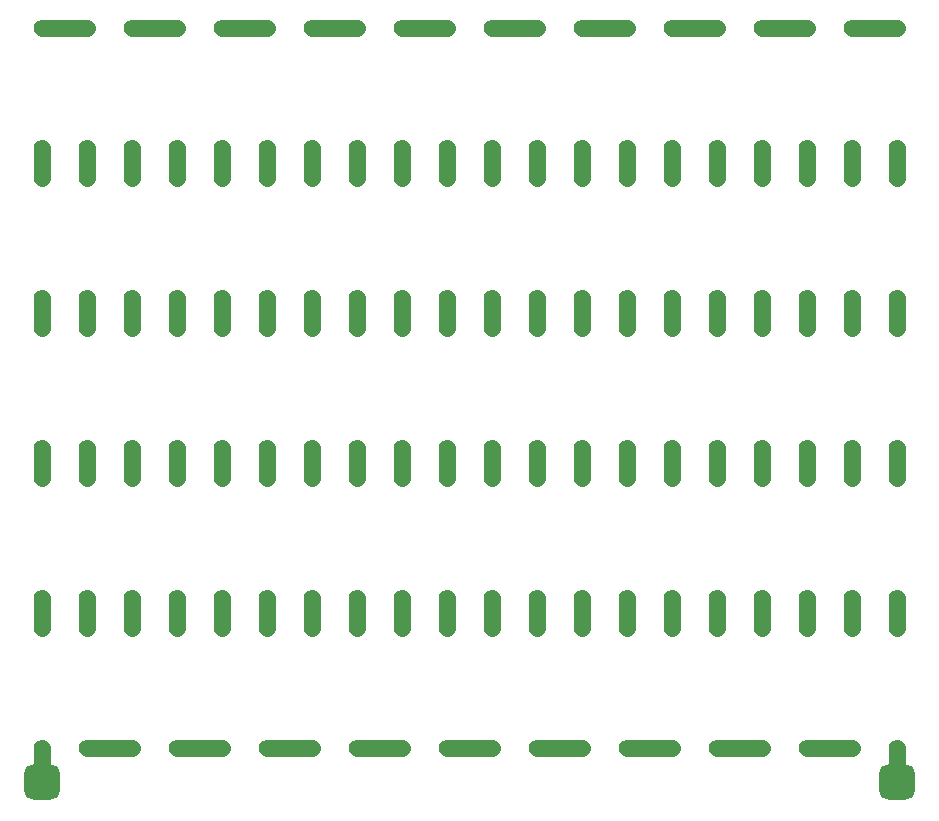
<source format=gtl>
%FSLAX25Y25*%
%MOIN*%
G70*
G01*
G75*
G04 Layer_Physical_Order=1*
G04 Layer_Color=255*
%ADD10C,0.05500*%
G04:AMPARAMS|DCode=11|XSize=118.11mil|YSize=118.11mil|CornerRadius=29.53mil|HoleSize=0mil|Usage=FLASHONLY|Rotation=270.000|XOffset=0mil|YOffset=0mil|HoleType=Round|Shape=RoundedRectangle|*
%AMROUNDEDRECTD11*
21,1,0.11811,0.05906,0,0,270.0*
21,1,0.05906,0.11811,0,0,270.0*
1,1,0.05906,-0.02953,-0.02953*
1,1,0.05906,-0.02953,0.02953*
1,1,0.05906,0.02953,0.02953*
1,1,0.05906,0.02953,-0.02953*
%
%ADD11ROUNDEDRECTD11*%
%ADD12C,0.05512*%
D10*
X299685Y11937D02*
Y23307D01*
X14685Y11937D02*
Y23307D01*
Y263307D02*
X29685D01*
X44685D02*
X59685D01*
X74685D02*
X89685D01*
X104685D02*
X119685D01*
X134685D02*
X149685D01*
X164685D02*
X179685D01*
X194685D02*
X209685D01*
X224685D02*
X239685D01*
X254685D02*
X269685D01*
X284685D02*
X299685D01*
X29685Y23307D02*
X44685D01*
X59685D02*
X74685D01*
X89685D02*
X104685D01*
X119685D02*
X134685D01*
X149685D02*
X164685D01*
X179685D02*
X194685D01*
X209685D02*
X224685D01*
X239685D02*
X254685D01*
X269685D02*
X284685D01*
X299685Y63307D02*
Y73307D01*
Y113307D02*
Y123307D01*
Y163307D02*
Y173307D01*
Y213307D02*
Y223307D01*
X284685Y213307D02*
Y223307D01*
Y163307D02*
Y173307D01*
Y113307D02*
Y123307D01*
Y63307D02*
Y73307D01*
X269685Y63307D02*
Y73307D01*
Y113307D02*
Y123307D01*
Y163307D02*
Y173307D01*
Y213307D02*
Y223307D01*
X254685Y213307D02*
Y223307D01*
Y163307D02*
Y173307D01*
Y113307D02*
Y123307D01*
Y63307D02*
Y73307D01*
X239685Y63307D02*
Y73307D01*
Y113307D02*
Y123307D01*
Y163307D02*
Y173307D01*
Y213307D02*
Y223307D01*
X224685Y213307D02*
Y223307D01*
Y163307D02*
Y173307D01*
Y113307D02*
Y123307D01*
Y63307D02*
Y73307D01*
X209685Y63307D02*
Y73307D01*
Y113307D02*
Y123307D01*
Y163307D02*
Y173307D01*
Y213307D02*
Y223307D01*
X194685Y213307D02*
Y223307D01*
Y163307D02*
Y173307D01*
Y113307D02*
Y123307D01*
Y63307D02*
Y73307D01*
X179685Y63307D02*
Y73307D01*
Y113307D02*
Y123307D01*
Y163307D02*
Y173307D01*
Y213307D02*
Y223307D01*
X164685Y213307D02*
Y223307D01*
Y163307D02*
Y173307D01*
Y113307D02*
Y123307D01*
Y63307D02*
Y73307D01*
X149685Y63307D02*
Y73307D01*
Y113307D02*
Y123307D01*
Y163307D02*
Y173307D01*
Y213307D02*
Y223307D01*
X134685Y213307D02*
Y223307D01*
Y163307D02*
Y173307D01*
Y113307D02*
Y123307D01*
Y63307D02*
Y73307D01*
X119685Y63307D02*
Y73307D01*
Y113307D02*
Y123307D01*
Y163307D02*
Y173307D01*
Y213307D02*
Y223307D01*
X104685Y213307D02*
Y223307D01*
Y163307D02*
Y173307D01*
Y113307D02*
Y123307D01*
Y63307D02*
Y73307D01*
X89685Y63307D02*
Y73307D01*
Y113307D02*
Y123307D01*
Y163307D02*
Y173307D01*
Y213307D02*
Y223307D01*
X74685Y213307D02*
Y223307D01*
Y163307D02*
Y173307D01*
Y113307D02*
Y123307D01*
Y63307D02*
Y73307D01*
X59685Y63307D02*
Y73307D01*
Y113307D02*
Y123307D01*
Y163307D02*
Y173307D01*
Y213307D02*
Y223307D01*
X44685Y213307D02*
Y223307D01*
Y163307D02*
Y173307D01*
Y113307D02*
Y123307D01*
Y63307D02*
Y73307D01*
X29685Y63307D02*
Y73307D01*
Y113307D02*
Y123307D01*
Y163307D02*
Y173307D01*
Y213307D02*
Y223307D01*
X14685Y213307D02*
Y223307D01*
Y163307D02*
Y173307D01*
Y113307D02*
Y123307D01*
Y63307D02*
Y73307D01*
D11*
Y11937D02*
D03*
X299685D02*
D03*
D12*
X254685Y23307D02*
D03*
Y63307D02*
D03*
Y73307D02*
D03*
Y113307D02*
D03*
Y123307D02*
D03*
Y163307D02*
D03*
Y173307D02*
D03*
Y213307D02*
D03*
Y223307D02*
D03*
Y263307D02*
D03*
X269685D02*
D03*
Y223307D02*
D03*
Y213307D02*
D03*
Y173307D02*
D03*
Y163307D02*
D03*
Y123307D02*
D03*
Y113307D02*
D03*
Y73307D02*
D03*
Y63307D02*
D03*
Y23307D02*
D03*
X284685D02*
D03*
Y63307D02*
D03*
Y73307D02*
D03*
Y113307D02*
D03*
Y123307D02*
D03*
Y163307D02*
D03*
Y173307D02*
D03*
Y213307D02*
D03*
Y223307D02*
D03*
Y263307D02*
D03*
X299685D02*
D03*
Y223307D02*
D03*
Y213307D02*
D03*
Y173307D02*
D03*
Y163307D02*
D03*
Y123307D02*
D03*
Y113307D02*
D03*
Y73307D02*
D03*
Y63307D02*
D03*
Y23307D02*
D03*
X194685D02*
D03*
Y63307D02*
D03*
Y73307D02*
D03*
Y113307D02*
D03*
Y123307D02*
D03*
Y163307D02*
D03*
Y173307D02*
D03*
Y213307D02*
D03*
Y223307D02*
D03*
Y263307D02*
D03*
X209685D02*
D03*
Y223307D02*
D03*
Y213307D02*
D03*
Y173307D02*
D03*
Y163307D02*
D03*
Y123307D02*
D03*
Y113307D02*
D03*
Y73307D02*
D03*
Y63307D02*
D03*
Y23307D02*
D03*
X224685D02*
D03*
Y63307D02*
D03*
Y73307D02*
D03*
Y113307D02*
D03*
Y123307D02*
D03*
Y163307D02*
D03*
Y173307D02*
D03*
Y213307D02*
D03*
Y223307D02*
D03*
Y263307D02*
D03*
X239685D02*
D03*
Y223307D02*
D03*
Y213307D02*
D03*
Y173307D02*
D03*
Y163307D02*
D03*
Y123307D02*
D03*
Y113307D02*
D03*
Y73307D02*
D03*
Y63307D02*
D03*
Y23307D02*
D03*
X134685D02*
D03*
Y63307D02*
D03*
Y73307D02*
D03*
Y113307D02*
D03*
Y123307D02*
D03*
Y163307D02*
D03*
Y173307D02*
D03*
Y213307D02*
D03*
Y223307D02*
D03*
Y263307D02*
D03*
X149685D02*
D03*
Y223307D02*
D03*
Y213307D02*
D03*
Y173307D02*
D03*
Y163307D02*
D03*
Y123307D02*
D03*
Y113307D02*
D03*
Y73307D02*
D03*
Y63307D02*
D03*
Y23307D02*
D03*
X164685D02*
D03*
Y63307D02*
D03*
Y73307D02*
D03*
Y113307D02*
D03*
Y123307D02*
D03*
Y163307D02*
D03*
Y173307D02*
D03*
Y213307D02*
D03*
Y223307D02*
D03*
Y263307D02*
D03*
X179685D02*
D03*
Y223307D02*
D03*
Y213307D02*
D03*
Y173307D02*
D03*
Y163307D02*
D03*
Y123307D02*
D03*
Y113307D02*
D03*
Y73307D02*
D03*
Y63307D02*
D03*
Y23307D02*
D03*
X74685D02*
D03*
Y63307D02*
D03*
Y73307D02*
D03*
Y113307D02*
D03*
Y123307D02*
D03*
Y163307D02*
D03*
Y173307D02*
D03*
Y213307D02*
D03*
Y223307D02*
D03*
Y263307D02*
D03*
X89685D02*
D03*
Y223307D02*
D03*
Y213307D02*
D03*
Y173307D02*
D03*
Y163307D02*
D03*
Y123307D02*
D03*
Y113307D02*
D03*
Y73307D02*
D03*
Y63307D02*
D03*
Y23307D02*
D03*
X104685D02*
D03*
Y63307D02*
D03*
Y73307D02*
D03*
Y113307D02*
D03*
Y123307D02*
D03*
Y163307D02*
D03*
Y173307D02*
D03*
Y213307D02*
D03*
Y223307D02*
D03*
Y263307D02*
D03*
X119685D02*
D03*
Y223307D02*
D03*
Y213307D02*
D03*
Y173307D02*
D03*
Y163307D02*
D03*
Y123307D02*
D03*
Y113307D02*
D03*
Y73307D02*
D03*
Y63307D02*
D03*
Y23307D02*
D03*
X14685D02*
D03*
Y63307D02*
D03*
Y73307D02*
D03*
Y113307D02*
D03*
Y123307D02*
D03*
Y163307D02*
D03*
Y173307D02*
D03*
Y213307D02*
D03*
Y223307D02*
D03*
Y263307D02*
D03*
X29685D02*
D03*
Y223307D02*
D03*
Y213307D02*
D03*
Y173307D02*
D03*
Y163307D02*
D03*
Y123307D02*
D03*
Y113307D02*
D03*
Y73307D02*
D03*
Y63307D02*
D03*
Y23307D02*
D03*
X44685D02*
D03*
Y63307D02*
D03*
Y73307D02*
D03*
Y113307D02*
D03*
Y123307D02*
D03*
Y163307D02*
D03*
Y173307D02*
D03*
Y213307D02*
D03*
Y223307D02*
D03*
Y263307D02*
D03*
X59685D02*
D03*
Y223307D02*
D03*
Y213307D02*
D03*
Y173307D02*
D03*
Y163307D02*
D03*
Y123307D02*
D03*
Y113307D02*
D03*
Y73307D02*
D03*
Y63307D02*
D03*
Y23307D02*
D03*
M02*

</source>
